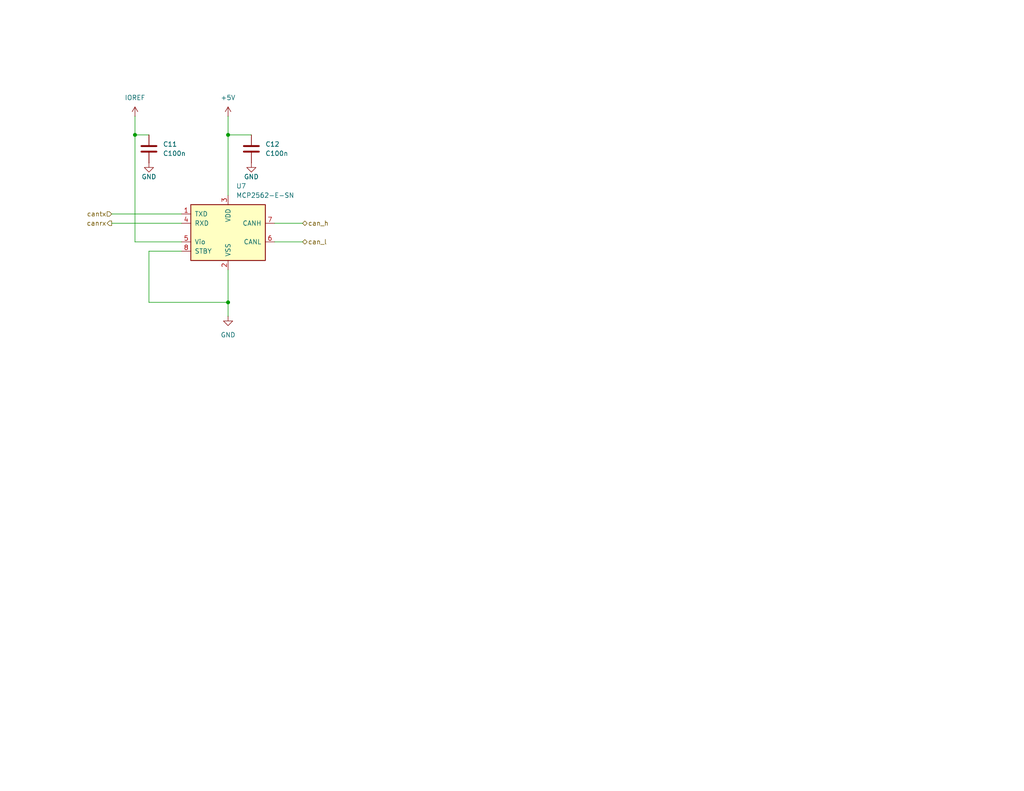
<source format=kicad_sch>
(kicad_sch (version 20231120) (generator "eeschema") (generator_version "8.0")
  (paper "USLetter")
  (title_block (title "Arduino Uno R4 LCC Shield") (date "2024-04-28") (rev "1.0") (company "TMRC") (comment 1 "Noah Paladino"))
  (lib_symbols
    (symbol "Device:C" (pin_numbers hide) (pin_names (offset 0.254))
      (property "Reference" "C" (at 0.635 2.54 0))
      (property "Value" "C" (at 0.635 -2.54 0))
      (symbol "C_0_1"
        (polyline (pts (xy -2.032 -0.762) (xy 2.032 -0.762)) (stroke (width 0.508)))
        (polyline (pts (xy -2.032 0.762) (xy 2.032 0.762)) (stroke (width 0.508)))
      )
      (symbol "C_1_1"
        (pin passive line (at 0 3.81 270) (length 2.794) (name "~") (number "1"))
        (pin passive line (at 0 -3.81 90) (length 2.794) (name "~") (number "2"))
      )
    )
    (symbol "Interface_CAN_LIN:MCP2562-E-SN" (pin_names (offset 1.016))
      (property "Reference" "U" (at -10.16 8.89 0))
      (property "Value" "MCP2562-E-SN" (at 2.54 8.89 0))
      (symbol "MCP2562-E-SN_0_1"
        (rectangle (start -10.16 7.62) (end 10.16 -7.62) (stroke (width 0.254)) (fill (type background)))
      )
      (symbol "MCP2562-E-SN_1_1"
        (pin input line (at -12.7 5.08 0) (length 2.54) (name "TXD") (number "1"))
        (pin power_in line (at 0 -10.16 90) (length 2.54) (name "VSS") (number "2"))
        (pin power_in line (at 0 10.16 270) (length 2.54) (name "VDD") (number "3"))
        (pin output line (at -12.7 2.54 0) (length 2.54) (name "RXD") (number "4"))
        (pin power_in line (at -12.7 -2.54 0) (length 2.54) (name "Vio") (number "5"))
        (pin bidirectional line (at 12.7 -2.54 180) (length 2.54) (name "CANL") (number "6"))
        (pin bidirectional line (at 12.7 2.54 180) (length 2.54) (name "CANH") (number "7"))
        (pin input line (at -12.7 -5.08 0) (length 2.54) (name "STBY") (number "8"))
      )
    )
    (symbol "power:+5V" (power) (pin_numbers hide) (pin_names (offset 0) hide)
      (property "Value" "+5V" (at 0 3.556 0))
      (symbol "+5V_0_1"
        (polyline (pts (xy -0.762 1.27) (xy 0 2.54)))
        (polyline (pts (xy 0 0) (xy 0 2.54)))
        (polyline (pts (xy 0 2.54) (xy 0.762 1.27)))
      )
      (symbol "+5V_1_1"
        (pin power_in line (at 0 0 90) (length 0) (name "~") (number "1"))
      )
    )
    (symbol "power:GND" (power) (pin_numbers hide) (pin_names (offset 0) hide)
      (property "Value" "GND" (at 0 -3.81 0))
      (symbol "GND_0_1"
        (polyline (pts (xy 0 0) (xy 0 -1.27) (xy 1.27 -1.27) (xy 0 -2.54) (xy -1.27 -1.27) (xy 0 -1.27)))
      )
      (symbol "GND_1_1"
        (pin power_in line (at 0 0 270) (length 0) (name "~") (number "1"))
      )
    )
  )
  (junction (at 62.23 82.55))
  (junction (at 62.23 36.83))
  (junction (at 36.83 36.83))
  (wire (pts (xy 36.83 36.83) (xy 40.64 36.83)))
  (wire (pts (xy 36.83 66.04) (xy 49.53 66.04)))
  (wire (pts (xy 62.23 36.83) (xy 62.23 53.34)))
  (wire (pts (xy 40.64 68.58) (xy 49.53 68.58)))
  (wire (pts (xy 40.64 68.58) (xy 40.64 82.55)))
  (wire (pts (xy 62.23 82.55) (xy 40.64 82.55)))
  (wire (pts (xy 36.83 31.75) (xy 36.83 36.83)))
  (wire (pts (xy 62.23 36.83) (xy 68.58 36.83)))
  (wire (pts (xy 30.48 60.96) (xy 49.53 60.96)))
  (wire (pts (xy 82.55 60.96) (xy 74.93 60.96)))
  (wire (pts (xy 62.23 31.75) (xy 62.23 36.83)))
  (wire (pts (xy 82.55 66.04) (xy 74.93 66.04)))
  (wire (pts (xy 62.23 82.55) (xy 62.23 73.66)))
  (wire (pts (xy 49.53 58.42) (xy 30.48 58.42)))
  (wire (pts (xy 62.23 82.55) (xy 62.23 86.36)))
  (wire (pts (xy 36.83 36.83) (xy 36.83 66.04)))
  (hierarchical_label "can_h" (shape bidirectional) (at 82.55 60.96 0))
  (hierarchical_label "cantx" (shape input) (at 30.48 58.42 180))
  (hierarchical_label "can_l" (shape bidirectional) (at 82.55 66.04 0))
  (hierarchical_label "canrx" (shape output) (at 30.48 60.96 180))
  (symbol (lib_id "power:GND") (at 40.64 44.45 0) (unit 1)
    (property "Reference" "#PWR022" (effects (hide yes)))
    (property "Value" "GND" (at 40.64 48.26 0))
    (property "Description" "Power symbol creates a global label with name \"GND\" , ground" (effects (hide yes)))
  )
  (symbol (lib_id "Interface_CAN_LIN:MCP2562-E-SN") (at 62.23 63.5 0) (unit 1)
    (property "Reference" "U7" (at 64.4241 50.8 0) (effects (justify left)))
    (property "Value" "MCP2562-E-SN" (at 64.4241 53.34 0) (effects (justify left)))
    (property "Footprint" "Package_SO:SOIC-8_3.9x4.9mm_P1.27mm" (effects (hide yes)))
    (property "Datasheet" "http://ww1.microchip.com/downloads/en/DeviceDoc/25167A.pdf" (effects (hide yes)))
    (property "Description" "High-Speed CAN Transceiver, 1Mbps, 5V supply, Vio pin, -40C to +125C, SOIC-8" (effects (hide yes)))
  )
  (symbol (lib_id "power:+5V") (at 62.23 31.75 0) (unit 1)
    (property "Reference" "#PWR023" (effects (hide yes)))
    (property "Value" "+5V" (at 62.23 26.67 0))
    (property "Description" "Power symbol creates a global label with name \"+5V\"" (effects (hide yes)))
  )
  (symbol (lib_id "power:GND") (at 68.58 44.45 0) (unit 1)
    (property "Reference" "#PWR025" (effects (hide yes)))
    (property "Value" "GND" (at 68.58 48.26 0))
    (property "Description" "Power symbol creates a global label with name \"GND\" , ground" (effects (hide yes)))
  )
  (symbol (lib_id "Device:C") (at 68.58 40.64 0) (unit 1)
    (property "Reference" "C12" (at 72.39 39.3699 0) (effects (justify left)))
    (property "Value" "C100n" (at 72.39 41.9099 0) (effects (justify left)))
    (property "Footprint" "Capacitor_SMD:C_0402_1005Metric_Pad0.74x0.62mm_HandSolder" (effects (hide yes)))
    (property "Description" "Unpolarized capacitor" (effects (hide yes)))
  )
  (symbol (lib_id "power:GND") (at 62.23 86.36 0) (unit 1)
    (property "Reference" "#PWR024" (effects (hide yes)))
    (property "Value" "GND" (at 62.23 91.44 0))
    (property "Description" "Power symbol creates a global label with name \"GND\" , ground" (effects (hide yes)))
  )
  (symbol (lib_id "power:+5V") (at 36.83 31.75 0) (unit 1)
    (property "Reference" "#PWR021" (effects (hide yes)))
    (property "Value" "IOREF" (at 36.83 26.67 0))
    (property "Description" "Power symbol creates a global label with name \"+5V\"" (effects (hide yes)))
  )
  (symbol (lib_id "Device:C") (at 40.64 40.64 0) (unit 1)
    (property "Reference" "C11" (at 44.45 39.3699 0) (effects (justify left)))
    (property "Value" "C100n" (at 44.45 41.9099 0) (effects (justify left)))
    (property "Footprint" "Capacitor_SMD:C_0402_1005Metric_Pad0.74x0.62mm_HandSolder" (effects (hide yes)))
    (property "Description" "Unpolarized capacitor" (effects (hide yes)))
  )
)
</source>
